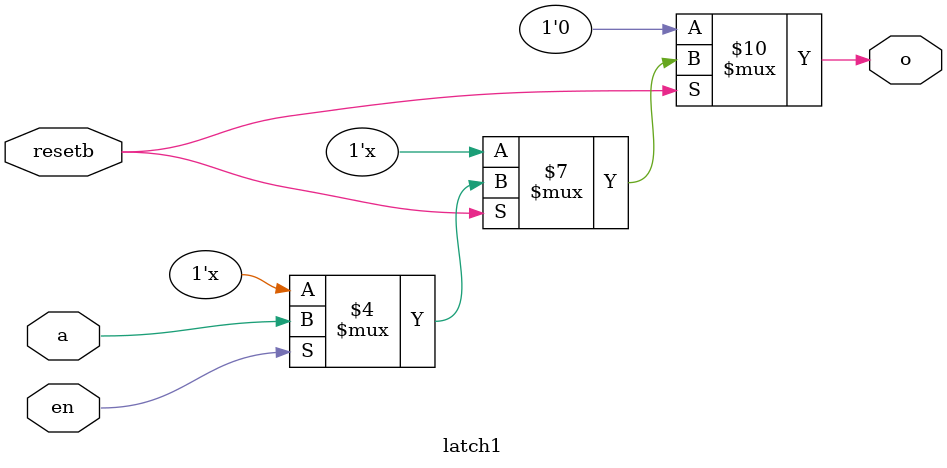
<source format=v>
module latch1 (o, a, resetb, en);
   output o;
   input  a, resetb, en;
   reg 	  o;

   always @(a or resetb or en) begin
      if (!resetb) o = 1'b0;
      else if (en) o = a;
   end
endmodule   

</source>
